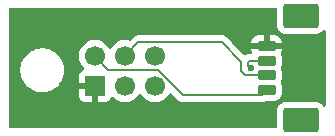
<source format=gbr>
%TF.GenerationSoftware,KiCad,Pcbnew,9.0.2*%
%TF.CreationDate,2025-06-18T16:38:02-05:00*%
%TF.ProjectId,satelliteSAO,73617465-6c6c-4697-9465-53414f2e6b69,rev?*%
%TF.SameCoordinates,Original*%
%TF.FileFunction,Copper,L1,Top*%
%TF.FilePolarity,Positive*%
%FSLAX46Y46*%
G04 Gerber Fmt 4.6, Leading zero omitted, Abs format (unit mm)*
G04 Created by KiCad (PCBNEW 9.0.2) date 2025-06-18 16:38:02*
%MOMM*%
%LPD*%
G01*
G04 APERTURE LIST*
G04 Aperture macros list*
%AMRoundRect*
0 Rectangle with rounded corners*
0 $1 Rounding radius*
0 $2 $3 $4 $5 $6 $7 $8 $9 X,Y pos of 4 corners*
0 Add a 4 corners polygon primitive as box body*
4,1,4,$2,$3,$4,$5,$6,$7,$8,$9,$2,$3,0*
0 Add four circle primitives for the rounded corners*
1,1,$1+$1,$2,$3*
1,1,$1+$1,$4,$5*
1,1,$1+$1,$6,$7*
1,1,$1+$1,$8,$9*
0 Add four rect primitives between the rounded corners*
20,1,$1+$1,$2,$3,$4,$5,0*
20,1,$1+$1,$4,$5,$6,$7,0*
20,1,$1+$1,$6,$7,$8,$9,0*
20,1,$1+$1,$8,$9,$2,$3,0*%
G04 Aperture macros list end*
%TA.AperFunction,SMDPad,CuDef*%
%ADD10RoundRect,0.200000X0.600000X-0.200000X0.600000X0.200000X-0.600000X0.200000X-0.600000X-0.200000X0*%
%TD*%
%TA.AperFunction,SMDPad,CuDef*%
%ADD11RoundRect,0.250001X1.249999X-0.799999X1.249999X0.799999X-1.249999X0.799999X-1.249999X-0.799999X0*%
%TD*%
%TA.AperFunction,ComponentPad*%
%ADD12R,1.700000X1.700000*%
%TD*%
%TA.AperFunction,ComponentPad*%
%ADD13C,1.700000*%
%TD*%
%TA.AperFunction,ViaPad*%
%ADD14C,0.600000*%
%TD*%
%TA.AperFunction,Conductor*%
%ADD15C,0.200000*%
%TD*%
G04 APERTURE END LIST*
D10*
%TO.P,J1,1,Pin_1*%
%TO.N,3v3*%
X165200000Y-100300000D03*
%TO.P,J1,2,Pin_2*%
%TO.N,SDA2*%
X165200000Y-99050000D03*
%TO.P,J1,3,Pin_3*%
%TO.N,SCL2*%
X165200000Y-97800000D03*
%TO.P,J1,4,Pin_4*%
%TO.N,VSS*%
X165200000Y-96550000D03*
D11*
%TO.P,J1,MP*%
%TO.N,N/C*%
X168100000Y-102850000D03*
X168100000Y-94000000D03*
%TD*%
D12*
%TO.P,J4,1,Pin_1*%
%TO.N,VSS*%
X150660000Y-99940000D03*
D13*
%TO.P,J4,2,Pin_2*%
%TO.N,3v3*%
X150660000Y-97400000D03*
%TO.P,J4,3,Pin_3*%
%TO.N,SCL2*%
X153200000Y-99940000D03*
%TO.P,J4,4,Pin_4*%
%TO.N,SDA2*%
X153200000Y-97400000D03*
%TO.P,J4,5,Pin_5*%
%TO.N,unconnected-(J4-Pin_5-Pad5)*%
X155740000Y-99940000D03*
%TO.P,J4,6,Pin_6*%
%TO.N,unconnected-(J4-Pin_6-Pad6)*%
X155740000Y-97400000D03*
%TD*%
D14*
%TO.N,SCL2*%
X163850000Y-98450000D03*
%TD*%
D15*
%TO.N,SDA2*%
X161408131Y-96249000D02*
X154351000Y-96249000D01*
X154351000Y-96249000D02*
X153200000Y-97400000D01*
X163050000Y-98700000D02*
X163050000Y-97890869D01*
X163400000Y-99050000D02*
X163050000Y-98700000D01*
X163050000Y-97890869D02*
X161408131Y-96249000D01*
X165200000Y-99050000D02*
X163400000Y-99050000D01*
%TO.N,SCL2*%
X163650000Y-98250000D02*
X163850000Y-98450000D01*
X163800000Y-97800000D02*
X163650000Y-97950000D01*
X163650000Y-97950000D02*
X163650000Y-98250000D01*
X165200000Y-97800000D02*
X163800000Y-97800000D01*
%TO.N,3v3*%
X151811000Y-98551000D02*
X150660000Y-97400000D01*
X155978760Y-98551000D02*
X151811000Y-98551000D01*
X158127760Y-100700000D02*
X155978760Y-98551000D01*
X164800000Y-100700000D02*
X158127760Y-100700000D01*
X165200000Y-100300000D02*
X164800000Y-100700000D01*
%TD*%
%TA.AperFunction,Conductor*%
%TO.N,VSS*%
G36*
X166042539Y-93320185D02*
G01*
X166088294Y-93372989D01*
X166099500Y-93424500D01*
X166099500Y-94850015D01*
X166110000Y-94952795D01*
X166110001Y-94952796D01*
X166165186Y-95119335D01*
X166165187Y-95119337D01*
X166257286Y-95268651D01*
X166257289Y-95268655D01*
X166381344Y-95392710D01*
X166381348Y-95392713D01*
X166530662Y-95484812D01*
X166530664Y-95484813D01*
X166530666Y-95484814D01*
X166697203Y-95539999D01*
X166799992Y-95550500D01*
X166799997Y-95550500D01*
X169400003Y-95550500D01*
X169400008Y-95550500D01*
X169502797Y-95539999D01*
X169669334Y-95484814D01*
X169818655Y-95392711D01*
X169942711Y-95268655D01*
X169969962Y-95224473D01*
X170021909Y-95177751D01*
X170090872Y-95166528D01*
X170154954Y-95194372D01*
X170193810Y-95252441D01*
X170199500Y-95289572D01*
X170199500Y-101560427D01*
X170179815Y-101627466D01*
X170127011Y-101673221D01*
X170057853Y-101683165D01*
X169994297Y-101654140D01*
X169969962Y-101625525D01*
X169942711Y-101581345D01*
X169818655Y-101457289D01*
X169818651Y-101457286D01*
X169669337Y-101365187D01*
X169669335Y-101365186D01*
X169586065Y-101337593D01*
X169502797Y-101310001D01*
X169502795Y-101310000D01*
X169400015Y-101299500D01*
X169400008Y-101299500D01*
X166799992Y-101299500D01*
X166799984Y-101299500D01*
X166697204Y-101310000D01*
X166697203Y-101310001D01*
X166530664Y-101365186D01*
X166530662Y-101365187D01*
X166381348Y-101457286D01*
X166381344Y-101457289D01*
X166257289Y-101581344D01*
X166257286Y-101581348D01*
X166165187Y-101730662D01*
X166165186Y-101730664D01*
X166110001Y-101897203D01*
X166110000Y-101897204D01*
X166099500Y-101999984D01*
X166099500Y-103375500D01*
X166079815Y-103442539D01*
X166027011Y-103488294D01*
X165975500Y-103499500D01*
X143524500Y-103499500D01*
X143457461Y-103479815D01*
X143411706Y-103427011D01*
X143400500Y-103375500D01*
X143400500Y-98478711D01*
X144349500Y-98478711D01*
X144349500Y-98721288D01*
X144381161Y-98961785D01*
X144443947Y-99196104D01*
X144518958Y-99377196D01*
X144536776Y-99420212D01*
X144658064Y-99630289D01*
X144658066Y-99630292D01*
X144658067Y-99630293D01*
X144805733Y-99822736D01*
X144805739Y-99822743D01*
X144977256Y-99994260D01*
X144977263Y-99994266D01*
X145067075Y-100063181D01*
X145169711Y-100141936D01*
X145379788Y-100263224D01*
X145603900Y-100356054D01*
X145838211Y-100418838D01*
X146018586Y-100442584D01*
X146078711Y-100450500D01*
X146078712Y-100450500D01*
X146321289Y-100450500D01*
X146369388Y-100444167D01*
X146561789Y-100418838D01*
X146796100Y-100356054D01*
X147020212Y-100263224D01*
X147230289Y-100141936D01*
X147326214Y-100068330D01*
X147362794Y-100040262D01*
X147407671Y-100005826D01*
X147422738Y-99994265D01*
X147594265Y-99822738D01*
X147741936Y-99630289D01*
X147863224Y-99420212D01*
X147956054Y-99196100D01*
X148018838Y-98961789D01*
X148050500Y-98721288D01*
X148050500Y-98478712D01*
X148018838Y-98238211D01*
X147956054Y-98003900D01*
X147863224Y-97779788D01*
X147741936Y-97569711D01*
X147594265Y-97377262D01*
X147594260Y-97377256D01*
X147510717Y-97293713D01*
X149309500Y-97293713D01*
X149309500Y-97506286D01*
X149342753Y-97716239D01*
X149408444Y-97918414D01*
X149504951Y-98107820D01*
X149629890Y-98279786D01*
X149743818Y-98393714D01*
X149777303Y-98455037D01*
X149772319Y-98524729D01*
X149730447Y-98580662D01*
X149699471Y-98597577D01*
X149567912Y-98646646D01*
X149567906Y-98646649D01*
X149452812Y-98732809D01*
X149452809Y-98732812D01*
X149366649Y-98847906D01*
X149366645Y-98847913D01*
X149316403Y-98982620D01*
X149316401Y-98982627D01*
X149310000Y-99042155D01*
X149310000Y-99690000D01*
X150226988Y-99690000D01*
X150194075Y-99747007D01*
X150160000Y-99874174D01*
X150160000Y-100005826D01*
X150194075Y-100132993D01*
X150226988Y-100190000D01*
X149310000Y-100190000D01*
X149310000Y-100837844D01*
X149316401Y-100897372D01*
X149316403Y-100897379D01*
X149366645Y-101032086D01*
X149366649Y-101032093D01*
X149452809Y-101147187D01*
X149452812Y-101147190D01*
X149567906Y-101233350D01*
X149567913Y-101233354D01*
X149702620Y-101283596D01*
X149702627Y-101283598D01*
X149762155Y-101289999D01*
X149762172Y-101290000D01*
X150410000Y-101290000D01*
X150410000Y-100373012D01*
X150467007Y-100405925D01*
X150594174Y-100440000D01*
X150725826Y-100440000D01*
X150852993Y-100405925D01*
X150910000Y-100373012D01*
X150910000Y-101290000D01*
X151557828Y-101290000D01*
X151557844Y-101289999D01*
X151617372Y-101283598D01*
X151617379Y-101283596D01*
X151752086Y-101233354D01*
X151752093Y-101233350D01*
X151867187Y-101147190D01*
X151867190Y-101147187D01*
X151953350Y-101032093D01*
X151953354Y-101032086D01*
X152002422Y-100900529D01*
X152044293Y-100844595D01*
X152109757Y-100820178D01*
X152178030Y-100835030D01*
X152206285Y-100856181D01*
X152320213Y-100970109D01*
X152492179Y-101095048D01*
X152492181Y-101095049D01*
X152492184Y-101095051D01*
X152681588Y-101191557D01*
X152883757Y-101257246D01*
X153093713Y-101290500D01*
X153093714Y-101290500D01*
X153306286Y-101290500D01*
X153306287Y-101290500D01*
X153516243Y-101257246D01*
X153718412Y-101191557D01*
X153907816Y-101095051D01*
X153944067Y-101068713D01*
X154079786Y-100970109D01*
X154079788Y-100970106D01*
X154079792Y-100970104D01*
X154230104Y-100819792D01*
X154230106Y-100819788D01*
X154230109Y-100819786D01*
X154355048Y-100647820D01*
X154355050Y-100647817D01*
X154355051Y-100647816D01*
X154359514Y-100639054D01*
X154407488Y-100588259D01*
X154475308Y-100571463D01*
X154541444Y-100593999D01*
X154580486Y-100639056D01*
X154584951Y-100647820D01*
X154709890Y-100819786D01*
X154860213Y-100970109D01*
X155032179Y-101095048D01*
X155032181Y-101095049D01*
X155032184Y-101095051D01*
X155221588Y-101191557D01*
X155423757Y-101257246D01*
X155633713Y-101290500D01*
X155633714Y-101290500D01*
X155846286Y-101290500D01*
X155846287Y-101290500D01*
X156056243Y-101257246D01*
X156258412Y-101191557D01*
X156447816Y-101095051D01*
X156484067Y-101068713D01*
X156619786Y-100970109D01*
X156619788Y-100970106D01*
X156619792Y-100970104D01*
X156770104Y-100819792D01*
X156770106Y-100819788D01*
X156770109Y-100819786D01*
X156895050Y-100647817D01*
X156925397Y-100588259D01*
X156929391Y-100580418D01*
X156977365Y-100529623D01*
X157045185Y-100512827D01*
X157111321Y-100535364D01*
X157127557Y-100549032D01*
X157642899Y-101064374D01*
X157642909Y-101064385D01*
X157647239Y-101068715D01*
X157647240Y-101068716D01*
X157759044Y-101180520D01*
X157822392Y-101217093D01*
X157845855Y-101230639D01*
X157845857Y-101230641D01*
X157883911Y-101252611D01*
X157895975Y-101259577D01*
X158048703Y-101300501D01*
X158048706Y-101300501D01*
X158214413Y-101300501D01*
X158214429Y-101300500D01*
X164713331Y-101300500D01*
X164713347Y-101300501D01*
X164720943Y-101300501D01*
X164879054Y-101300501D01*
X164879057Y-101300501D01*
X165031785Y-101259577D01*
X165031789Y-101259575D01*
X165041808Y-101253789D01*
X165081904Y-101230639D01*
X165093952Y-101223682D01*
X165105341Y-101217109D01*
X165105406Y-101217093D01*
X165167334Y-101200500D01*
X165856613Y-101200500D01*
X165856616Y-101200500D01*
X165927196Y-101194086D01*
X166089606Y-101143478D01*
X166235185Y-101055472D01*
X166355472Y-100935185D01*
X166443478Y-100789606D01*
X166494086Y-100627196D01*
X166500500Y-100556616D01*
X166500500Y-100043384D01*
X166494086Y-99972804D01*
X166443478Y-99810394D01*
X166400408Y-99739149D01*
X166382573Y-99671595D01*
X166400409Y-99610850D01*
X166401181Y-99609573D01*
X166443478Y-99539606D01*
X166494086Y-99377196D01*
X166500500Y-99306616D01*
X166500500Y-98793384D01*
X166494086Y-98722804D01*
X166443478Y-98560394D01*
X166400408Y-98489149D01*
X166382573Y-98421595D01*
X166400409Y-98360850D01*
X166443478Y-98289606D01*
X166494086Y-98127196D01*
X166500500Y-98056616D01*
X166500500Y-97543384D01*
X166494086Y-97472804D01*
X166443478Y-97310394D01*
X166400115Y-97238663D01*
X166382280Y-97171112D01*
X166400116Y-97110366D01*
X166443019Y-97039396D01*
X166443020Y-97039393D01*
X166493590Y-96877106D01*
X166500000Y-96806572D01*
X166500000Y-96800000D01*
X163900001Y-96800000D01*
X163900001Y-96806582D01*
X163906408Y-96877102D01*
X163906409Y-96877107D01*
X163956735Y-97038608D01*
X163957887Y-97108469D01*
X163921086Y-97167861D01*
X163858017Y-97197929D01*
X163838350Y-97199499D01*
X163720943Y-97199499D01*
X163613587Y-97228265D01*
X163568210Y-97240424D01*
X163568209Y-97240425D01*
X163518096Y-97269359D01*
X163518093Y-97269361D01*
X163448105Y-97309767D01*
X163380205Y-97326238D01*
X163314178Y-97303385D01*
X163298426Y-97290060D01*
X162301793Y-96293427D01*
X163900000Y-96293427D01*
X163900000Y-96300000D01*
X164950000Y-96300000D01*
X165450000Y-96300000D01*
X166499999Y-96300000D01*
X166499999Y-96293417D01*
X166493591Y-96222897D01*
X166493590Y-96222892D01*
X166443018Y-96060603D01*
X166355072Y-95915122D01*
X166234877Y-95794927D01*
X166089395Y-95706980D01*
X166089396Y-95706980D01*
X165927105Y-95656409D01*
X165927106Y-95656409D01*
X165856572Y-95650000D01*
X165450000Y-95650000D01*
X165450000Y-96300000D01*
X164950000Y-96300000D01*
X164950000Y-95650000D01*
X164543417Y-95650000D01*
X164472897Y-95656408D01*
X164472892Y-95656409D01*
X164310603Y-95706981D01*
X164165122Y-95794927D01*
X164044927Y-95915122D01*
X163956980Y-96060604D01*
X163906409Y-96222893D01*
X163900000Y-96293427D01*
X162301793Y-96293427D01*
X161895721Y-95887355D01*
X161895719Y-95887352D01*
X161776848Y-95768481D01*
X161776847Y-95768480D01*
X161690035Y-95718360D01*
X161690035Y-95718359D01*
X161690031Y-95718358D01*
X161639916Y-95689423D01*
X161487188Y-95648499D01*
X161329074Y-95648499D01*
X161321478Y-95648499D01*
X161321462Y-95648500D01*
X154437670Y-95648500D01*
X154437654Y-95648499D01*
X154430058Y-95648499D01*
X154271943Y-95648499D01*
X154164587Y-95677265D01*
X154119210Y-95689424D01*
X154119209Y-95689425D01*
X154069096Y-95718359D01*
X154069095Y-95718360D01*
X154025689Y-95743420D01*
X153982285Y-95768479D01*
X153982282Y-95768481D01*
X153870478Y-95880286D01*
X153684522Y-96066241D01*
X153623199Y-96099726D01*
X153558523Y-96096491D01*
X153516245Y-96082754D01*
X153376272Y-96060584D01*
X153306287Y-96049500D01*
X153093713Y-96049500D01*
X153045042Y-96057208D01*
X152883760Y-96082753D01*
X152681585Y-96148444D01*
X152492179Y-96244951D01*
X152320213Y-96369890D01*
X152169890Y-96520213D01*
X152044949Y-96692182D01*
X152040484Y-96700946D01*
X151992509Y-96751742D01*
X151924688Y-96768536D01*
X151858553Y-96745998D01*
X151819516Y-96700946D01*
X151815050Y-96692182D01*
X151690109Y-96520213D01*
X151539786Y-96369890D01*
X151367820Y-96244951D01*
X151178414Y-96148444D01*
X151178413Y-96148443D01*
X151178412Y-96148443D01*
X150976243Y-96082754D01*
X150976241Y-96082753D01*
X150976240Y-96082753D01*
X150814957Y-96057208D01*
X150766287Y-96049500D01*
X150553713Y-96049500D01*
X150505042Y-96057208D01*
X150343760Y-96082753D01*
X150141585Y-96148444D01*
X149952179Y-96244951D01*
X149780213Y-96369890D01*
X149629890Y-96520213D01*
X149504951Y-96692179D01*
X149408444Y-96881585D01*
X149342753Y-97083760D01*
X149309500Y-97293713D01*
X147510717Y-97293713D01*
X147422743Y-97205739D01*
X147422736Y-97205733D01*
X147230293Y-97058067D01*
X147230292Y-97058066D01*
X147230289Y-97058064D01*
X147054413Y-96956522D01*
X147020214Y-96936777D01*
X147020205Y-96936773D01*
X146796104Y-96843947D01*
X146561785Y-96781161D01*
X146321289Y-96749500D01*
X146321288Y-96749500D01*
X146078712Y-96749500D01*
X146078711Y-96749500D01*
X145838214Y-96781161D01*
X145603895Y-96843947D01*
X145379794Y-96936773D01*
X145379785Y-96936777D01*
X145249811Y-97011818D01*
X145175533Y-97054703D01*
X145169706Y-97058067D01*
X144977263Y-97205733D01*
X144977256Y-97205739D01*
X144805739Y-97377256D01*
X144805733Y-97377263D01*
X144658067Y-97569706D01*
X144536777Y-97779785D01*
X144536773Y-97779794D01*
X144443947Y-98003895D01*
X144381161Y-98238214D01*
X144349500Y-98478711D01*
X143400500Y-98478711D01*
X143400500Y-93424500D01*
X143420185Y-93357461D01*
X143472989Y-93311706D01*
X143524500Y-93300500D01*
X165975500Y-93300500D01*
X166042539Y-93320185D01*
G37*
%TD.AperFunction*%
%TD*%
M02*

</source>
